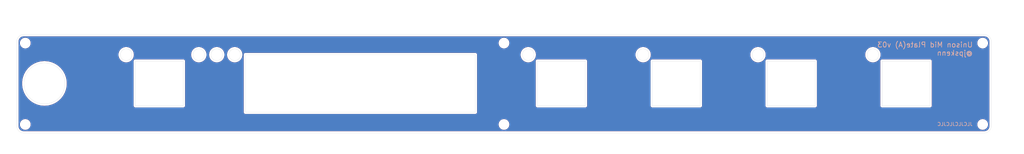
<source format=kicad_pcb>
(kicad_pcb (version 20171130) (host pcbnew "(5.1.9-0-10_14)")

  (general
    (thickness 1.6)
    (drawings 58)
    (tracks 0)
    (zones 0)
    (modules 6)
    (nets 1)
  )

  (page A4)
  (layers
    (0 F.Cu signal)
    (31 B.Cu signal)
    (32 B.Adhes user)
    (33 F.Adhes user)
    (34 B.Paste user)
    (35 F.Paste user)
    (36 B.SilkS user)
    (37 F.SilkS user)
    (38 B.Mask user)
    (39 F.Mask user)
    (40 Dwgs.User user)
    (41 Cmts.User user)
    (42 Eco1.User user)
    (43 Eco2.User user)
    (44 Edge.Cuts user)
    (45 Margin user)
    (46 B.CrtYd user)
    (47 F.CrtYd user)
    (48 B.Fab user hide)
    (49 F.Fab user)
  )

  (setup
    (last_trace_width 0.25)
    (trace_clearance 0.2)
    (zone_clearance 0.508)
    (zone_45_only no)
    (trace_min 0.2)
    (via_size 0.8)
    (via_drill 0.4)
    (via_min_size 0.4)
    (via_min_drill 0.3)
    (uvia_size 0.3)
    (uvia_drill 0.1)
    (uvias_allowed no)
    (uvia_min_size 0.2)
    (uvia_min_drill 0.1)
    (edge_width 0.05)
    (segment_width 0.2)
    (pcb_text_width 0.3)
    (pcb_text_size 1.5 1.5)
    (mod_edge_width 0.12)
    (mod_text_size 1 1)
    (mod_text_width 0.15)
    (pad_size 1.524 1.524)
    (pad_drill 0.762)
    (pad_to_mask_clearance 0)
    (aux_axis_origin 0 0)
    (visible_elements FFFFFF7F)
    (pcbplotparams
      (layerselection 0x010fc_ffffffff)
      (usegerberextensions false)
      (usegerberattributes true)
      (usegerberadvancedattributes true)
      (creategerberjobfile true)
      (excludeedgelayer true)
      (linewidth 0.100000)
      (plotframeref false)
      (viasonmask false)
      (mode 1)
      (useauxorigin false)
      (hpglpennumber 1)
      (hpglpenspeed 20)
      (hpglpendiameter 15.000000)
      (psnegative false)
      (psa4output false)
      (plotreference true)
      (plotvalue true)
      (plotinvisibletext false)
      (padsonsilk false)
      (subtractmaskfromsilk false)
      (outputformat 1)
      (mirror false)
      (drillshape 0)
      (scaleselection 1)
      (outputdirectory "gerber/"))
  )

  (net 0 "")

  (net_class Default "This is the default net class."
    (clearance 0.2)
    (trace_width 0.25)
    (via_dia 0.8)
    (via_drill 0.4)
    (uvia_dia 0.3)
    (uvia_drill 0.1)
  )

  (module mx2u:M2_Hole (layer F.Cu) (tedit 5FB1414B) (tstamp 5FFA8EA3)
    (at 159.5 42.6)
    (descr "Resitance 3 pas")
    (tags R)
    (autoplace_cost180 10)
    (fp_text reference "" (at 0 1.651) (layer F.Fab) hide
      (effects (font (size 0.8128 0.8128) (thickness 0.15)))
    )
    (fp_text value "" (at 0 -1.4605) (layer F.Fab) hide
      (effects (font (size 0.5 0.5) (thickness 0.125)))
    )
    (fp_circle (center 0 0) (end 1.5 0) (layer F.Fab) (width 0.15))
    (pad "" np_thru_hole circle (at 0 0) (size 2.14 2.14) (drill 2.14) (layers *.Cu *.Mask))
    (model discret/resistor.wrl
      (at (xyz 0 0 0))
      (scale (xyz 0.3 0.3 0.3))
      (rotate (xyz 0 0 0))
    )
    (model Resistors_ThroughHole.3dshapes/Resistor_Horizontal_RM10mm.wrl
      (at (xyz 0 0 0))
      (scale (xyz 0.2 0.2 0.2))
      (rotate (xyz 0 0 0))
    )
  )

  (module mx2u:M2_Hole (layer F.Cu) (tedit 5FB1414B) (tstamp 5FFA8E9E)
    (at 159.5 18.8)
    (descr "Resitance 3 pas")
    (tags R)
    (autoplace_cost180 10)
    (fp_text reference "" (at 0 1.651) (layer F.Fab) hide
      (effects (font (size 0.8128 0.8128) (thickness 0.15)))
    )
    (fp_text value "" (at 0 -1.4605) (layer F.Fab) hide
      (effects (font (size 0.5 0.5) (thickness 0.125)))
    )
    (fp_circle (center 0 0) (end 1.5 0) (layer F.Fab) (width 0.15))
    (pad "" np_thru_hole circle (at 0 0) (size 2.14 2.14) (drill 2.14) (layers *.Cu *.Mask))
    (model discret/resistor.wrl
      (at (xyz 0 0 0))
      (scale (xyz 0.3 0.3 0.3))
      (rotate (xyz 0 0 0))
    )
    (model Resistors_ThroughHole.3dshapes/Resistor_Horizontal_RM10mm.wrl
      (at (xyz 0 0 0))
      (scale (xyz 0.2 0.2 0.2))
      (rotate (xyz 0 0 0))
    )
  )

  (module mx2u:M2_Hole locked (layer F.Cu) (tedit 5FB1414B) (tstamp 5FFA9751)
    (at 299.5 42.6)
    (descr "Resitance 3 pas")
    (tags R)
    (autoplace_cost180 10)
    (fp_text reference "" (at 0 1.651) (layer F.Fab) hide
      (effects (font (size 0.8128 0.8128) (thickness 0.15)))
    )
    (fp_text value "" (at 0 -1.4605) (layer F.Fab) hide
      (effects (font (size 0.5 0.5) (thickness 0.125)))
    )
    (fp_circle (center 0 0) (end 1.5 0) (layer F.Fab) (width 0.15))
    (pad "" np_thru_hole circle (at 0 0) (size 2.14 2.14) (drill 2.14) (layers *.Cu *.Mask))
    (model discret/resistor.wrl
      (at (xyz 0 0 0))
      (scale (xyz 0.3 0.3 0.3))
      (rotate (xyz 0 0 0))
    )
    (model Resistors_ThroughHole.3dshapes/Resistor_Horizontal_RM10mm.wrl
      (at (xyz 0 0 0))
      (scale (xyz 0.2 0.2 0.2))
      (rotate (xyz 0 0 0))
    )
  )

  (module mx2u:M2_Hole locked (layer F.Cu) (tedit 5FB1414B) (tstamp 5FFA974C)
    (at 299.5 18.8)
    (descr "Resitance 3 pas")
    (tags R)
    (autoplace_cost180 10)
    (fp_text reference "" (at 0 1.651) (layer F.Fab) hide
      (effects (font (size 0.8128 0.8128) (thickness 0.15)))
    )
    (fp_text value "" (at 0 -1.4605) (layer F.Fab) hide
      (effects (font (size 0.5 0.5) (thickness 0.125)))
    )
    (fp_circle (center 0 0) (end 1.5 0) (layer F.Fab) (width 0.15))
    (pad "" np_thru_hole circle (at 0 0) (size 2.14 2.14) (drill 2.14) (layers *.Cu *.Mask))
    (model discret/resistor.wrl
      (at (xyz 0 0 0))
      (scale (xyz 0.3 0.3 0.3))
      (rotate (xyz 0 0 0))
    )
    (model Resistors_ThroughHole.3dshapes/Resistor_Horizontal_RM10mm.wrl
      (at (xyz 0 0 0))
      (scale (xyz 0.2 0.2 0.2))
      (rotate (xyz 0 0 0))
    )
  )

  (module mx2u:M2_Hole locked (layer F.Cu) (tedit 5FB1414B) (tstamp 5FFA973D)
    (at 19.5 18.8)
    (descr "Resitance 3 pas")
    (tags R)
    (autoplace_cost180 10)
    (fp_text reference "" (at 0 1.651) (layer F.Fab) hide
      (effects (font (size 0.8128 0.8128) (thickness 0.15)))
    )
    (fp_text value "" (at 0 -1.4605) (layer F.Fab) hide
      (effects (font (size 0.5 0.5) (thickness 0.125)))
    )
    (fp_circle (center 0 0) (end 1.5 0) (layer F.Fab) (width 0.15))
    (pad "" np_thru_hole circle (at 0 0) (size 2.14 2.14) (drill 2.14) (layers *.Cu *.Mask))
    (model discret/resistor.wrl
      (at (xyz 0 0 0))
      (scale (xyz 0.3 0.3 0.3))
      (rotate (xyz 0 0 0))
    )
    (model Resistors_ThroughHole.3dshapes/Resistor_Horizontal_RM10mm.wrl
      (at (xyz 0 0 0))
      (scale (xyz 0.2 0.2 0.2))
      (rotate (xyz 0 0 0))
    )
  )

  (module mx2u:M2_Hole locked (layer F.Cu) (tedit 5FB1414B) (tstamp 5FFA972E)
    (at 19.5 42.6)
    (descr "Resitance 3 pas")
    (tags R)
    (autoplace_cost180 10)
    (fp_text reference "" (at 0 1.651) (layer F.Fab) hide
      (effects (font (size 0.8128 0.8128) (thickness 0.15)))
    )
    (fp_text value "" (at 0 -1.4605) (layer F.Fab) hide
      (effects (font (size 0.5 0.5) (thickness 0.125)))
    )
    (fp_circle (center 0 0) (end 1.5 0) (layer F.Fab) (width 0.15))
    (pad "" np_thru_hole circle (at 0 0) (size 2.14 2.14) (drill 2.14) (layers *.Cu *.Mask))
    (model discret/resistor.wrl
      (at (xyz 0 0 0))
      (scale (xyz 0.3 0.3 0.3))
      (rotate (xyz 0 0 0))
    )
    (model Resistors_ThroughHole.3dshapes/Resistor_Horizontal_RM10mm.wrl
      (at (xyz 0 0 0))
      (scale (xyz 0.2 0.2 0.2))
      (rotate (xyz 0 0 0))
    )
  )

  (gr_text JLCJLCJLCJLC (at 291.4 42.5) (layer B.SilkS)
    (effects (font (size 1 1) (thickness 0.15)) (justify mirror))
  )
  (gr_circle (center 25.1 30.6) (end 31.1 30.6) (layer Edge.Cuts) (width 0.05))
  (gr_line (start 151.1 39) (end 83.9 39) (layer Edge.Cuts) (width 0.05) (tstamp 5FFA8EB9))
  (gr_line (start 83.9 22.2) (end 151.1 22.2) (layer Edge.Cuts) (width 0.05) (tstamp 5FFA8EB8))
  (gr_line (start 151.1 22.2) (end 151.1 39) (layer Edge.Cuts) (width 0.05) (tstamp 5FFA8EB2))
  (gr_line (start 83.9 22.2) (end 83.9 39) (layer Edge.Cuts) (width 0.05))
  (gr_circle (center 58.7 30.6) (end 63.2 30.6) (layer Eco1.User) (width 0.15) (tstamp 5FFA8756))
  (gr_circle (center 277.1 30.6) (end 281.6 30.6) (layer Eco1.User) (width 0.15) (tstamp 5FFA8756))
  (gr_circle (center 243.5 30.6) (end 248 30.6) (layer Eco1.User) (width 0.15) (tstamp 5FFA8756))
  (gr_circle (center 209.9 30.6) (end 214.4 30.6) (layer Eco1.User) (width 0.15) (tstamp 5FFA8756))
  (gr_circle (center 176.3 30.6) (end 180.8 30.6) (layer Eco1.User) (width 0.15) (tstamp 5FFA8756))
  (gr_line (start 65.7 37.1) (end 51.7 37.1) (layer Edge.Cuts) (width 0.05) (tstamp 5FFA8681))
  (gr_line (start 58.7 30.1) (end 58.7 31.1) (layer Eco1.User) (width 0.15) (tstamp 5FFA8680))
  (gr_line (start 58.2 30.6) (end 59.2 30.6) (layer Eco1.User) (width 0.15) (tstamp 5FFA867F))
  (gr_line (start 65.7 24.1) (end 65.7 37.1) (layer Edge.Cuts) (width 0.05) (tstamp 5FFA867E))
  (gr_line (start 51.7 24.1) (end 65.7 24.1) (layer Edge.Cuts) (width 0.05) (tstamp 5FFA867D))
  (gr_line (start 51.7 37.1) (end 51.7 24.1) (layer Edge.Cuts) (width 0.05) (tstamp 5FFA867C))
  (gr_line (start 284.1 37.1) (end 270.1 37.1) (layer Edge.Cuts) (width 0.05) (tstamp 5FFA8681))
  (gr_line (start 277.1 30.1) (end 277.1 31.1) (layer Eco1.User) (width 0.15) (tstamp 5FFA8680))
  (gr_line (start 276.6 30.6) (end 277.6 30.6) (layer Eco1.User) (width 0.15) (tstamp 5FFA867F))
  (gr_line (start 284.1 24.1) (end 284.1 37.1) (layer Edge.Cuts) (width 0.05) (tstamp 5FFA867E))
  (gr_line (start 270.1 24.1) (end 284.1 24.1) (layer Edge.Cuts) (width 0.05) (tstamp 5FFA867D))
  (gr_line (start 270.1 37.1) (end 270.1 24.1) (layer Edge.Cuts) (width 0.05) (tstamp 5FFA867C))
  (gr_line (start 250.5 37.1) (end 236.5 37.1) (layer Edge.Cuts) (width 0.05) (tstamp 5FFA8681))
  (gr_line (start 243.5 30.1) (end 243.5 31.1) (layer Eco1.User) (width 0.15) (tstamp 5FFA8680))
  (gr_line (start 243 30.6) (end 244 30.6) (layer Eco1.User) (width 0.15) (tstamp 5FFA867F))
  (gr_line (start 250.5 24.1) (end 250.5 37.1) (layer Edge.Cuts) (width 0.05) (tstamp 5FFA867E))
  (gr_line (start 236.5 24.1) (end 250.5 24.1) (layer Edge.Cuts) (width 0.05) (tstamp 5FFA867D))
  (gr_line (start 236.5 37.1) (end 236.5 24.1) (layer Edge.Cuts) (width 0.05) (tstamp 5FFA867C))
  (gr_line (start 216.9 37.1) (end 202.9 37.1) (layer Edge.Cuts) (width 0.05) (tstamp 5FFA8681))
  (gr_line (start 209.9 30.1) (end 209.9 31.1) (layer Eco1.User) (width 0.15) (tstamp 5FFA8680))
  (gr_line (start 209.4 30.6) (end 210.4 30.6) (layer Eco1.User) (width 0.15) (tstamp 5FFA867F))
  (gr_line (start 216.9 24.1) (end 216.9 37.1) (layer Edge.Cuts) (width 0.05) (tstamp 5FFA867E))
  (gr_line (start 202.9 24.1) (end 216.9 24.1) (layer Edge.Cuts) (width 0.05) (tstamp 5FFA867D))
  (gr_line (start 202.9 37.1) (end 202.9 24.1) (layer Edge.Cuts) (width 0.05) (tstamp 5FFA867C))
  (gr_line (start 183.3 37.1) (end 169.3 37.1) (layer Edge.Cuts) (width 0.05) (tstamp 5FFA8681))
  (gr_line (start 176.3 30.1) (end 176.3 31.1) (layer Eco1.User) (width 0.15) (tstamp 5FFA8680))
  (gr_line (start 175.8 30.6) (end 176.8 30.6) (layer Eco1.User) (width 0.15) (tstamp 5FFA867F))
  (gr_line (start 183.3 24.1) (end 183.3 37.1) (layer Edge.Cuts) (width 0.05) (tstamp 5FFA867E))
  (gr_line (start 169.3 24.1) (end 183.3 24.1) (layer Edge.Cuts) (width 0.05) (tstamp 5FFA867D))
  (gr_line (start 169.3 37.1) (end 169.3 24.1) (layer Edge.Cuts) (width 0.05) (tstamp 5FFA867C))
  (gr_circle (center 267.4 22.2) (end 269.1 22.4) (layer Edge.Cuts) (width 0.05) (tstamp 5FFA817F))
  (gr_circle (center 233.8 22.2) (end 235.5 22.4) (layer Edge.Cuts) (width 0.05) (tstamp 5FFA817F))
  (gr_circle (center 200.2 22.2) (end 201.9 22.4) (layer Edge.Cuts) (width 0.05) (tstamp 5FFA817F))
  (gr_circle (center 166.6 22.2) (end 168.3 22.4) (layer Edge.Cuts) (width 0.05) (tstamp 5FFA817F))
  (gr_circle (center 80.75 22.2) (end 82.45 22.4) (layer Edge.Cuts) (width 0.05) (tstamp 5FFA817F))
  (gr_circle (center 75.5 22.2) (end 77.2 22.4) (layer Edge.Cuts) (width 0.05) (tstamp 5FFA817F))
  (gr_circle (center 70.25 22.2) (end 71.95 22.4) (layer Edge.Cuts) (width 0.05) (tstamp 5FFA817F))
  (gr_circle (center 49 22.2) (end 50.7 22.4) (layer Edge.Cuts) (width 0.05))
  (gr_line (start 17 43.1) (end 17 18.3) (layer Edge.Cuts) (width 0.05))
  (gr_line (start 300 45.1) (end 19 45.1) (layer Edge.Cuts) (width 0.05) (tstamp 5FFA8176))
  (gr_line (start 302 18.3) (end 302 43.1) (layer Edge.Cuts) (width 0.05) (tstamp 5FFA8175))
  (gr_line (start 19 16.3) (end 300 16.3) (layer Edge.Cuts) (width 0.05) (tstamp 5FFA8174))
  (gr_arc (start 300 18.3) (end 302 18.3) (angle -90) (layer Edge.Cuts) (width 0.05) (tstamp 5FFA7CD7))
  (gr_arc (start 300 43.1) (end 300 45.1) (angle -90) (layer Edge.Cuts) (width 0.05) (tstamp 5FFA7CD7))
  (gr_arc (start 19 43.1) (end 17 43.1) (angle -90) (layer Edge.Cuts) (width 0.05) (tstamp 5FFA7CD7))
  (gr_arc (start 19 18.3) (end 19 16.3) (angle -90) (layer Edge.Cuts) (width 0.05))
  (gr_text "Unison Mid Plate(A) v03\n@jpskenn" (at 296.7 20.5) (layer B.SilkS) (tstamp 5FFA818B)
    (effects (font (size 1.5 1.5) (thickness 0.2)) (justify left mirror))
  )

  (zone (net 0) (net_name "") (layer F.Cu) (tstamp 5FFA9CBC) (hatch edge 0.508)
    (connect_pads (clearance 0.508))
    (min_thickness 0.254)
    (fill yes (arc_segments 32) (thermal_gap 0.508) (thermal_bridge_width 0.508))
    (polygon
      (pts
        (xy 310.7 50.8) (xy 13.5 50.3) (xy 13.5 7.6) (xy 311.6 6.2)
      )
    )
    (filled_polygon
      (pts
        (xy 300.259659 16.988625) (xy 300.509429 17.064035) (xy 300.739792 17.186522) (xy 300.94198 17.351422) (xy 301.108286 17.55245)
        (xy 301.232378 17.781954) (xy 301.309531 18.031195) (xy 301.34 18.321089) (xy 301.340001 43.067711) (xy 301.311375 43.35966)
        (xy 301.235965 43.609429) (xy 301.113477 43.839794) (xy 300.948579 44.041979) (xy 300.747546 44.208288) (xy 300.518046 44.332378)
        (xy 300.268805 44.409531) (xy 299.978911 44.44) (xy 19.032279 44.44) (xy 18.74034 44.411375) (xy 18.490571 44.335965)
        (xy 18.260206 44.213477) (xy 18.058021 44.048579) (xy 17.891712 43.847546) (xy 17.767622 43.618046) (xy 17.690469 43.368805)
        (xy 17.66 43.078911) (xy 17.66 42.432072) (xy 17.795 42.432072) (xy 17.795 42.767928) (xy 17.860522 43.09733)
        (xy 17.989048 43.40762) (xy 18.17564 43.686874) (xy 18.413126 43.92436) (xy 18.69238 44.110952) (xy 19.00267 44.239478)
        (xy 19.332072 44.305) (xy 19.667928 44.305) (xy 19.99733 44.239478) (xy 20.30762 44.110952) (xy 20.586874 43.92436)
        (xy 20.82436 43.686874) (xy 21.010952 43.40762) (xy 21.139478 43.09733) (xy 21.205 42.767928) (xy 21.205 42.432072)
        (xy 157.795 42.432072) (xy 157.795 42.767928) (xy 157.860522 43.09733) (xy 157.989048 43.40762) (xy 158.17564 43.686874)
        (xy 158.413126 43.92436) (xy 158.69238 44.110952) (xy 159.00267 44.239478) (xy 159.332072 44.305) (xy 159.667928 44.305)
        (xy 159.99733 44.239478) (xy 160.30762 44.110952) (xy 160.586874 43.92436) (xy 160.82436 43.686874) (xy 161.010952 43.40762)
        (xy 161.139478 43.09733) (xy 161.205 42.767928) (xy 161.205 42.432072) (xy 297.795 42.432072) (xy 297.795 42.767928)
        (xy 297.860522 43.09733) (xy 297.989048 43.40762) (xy 298.17564 43.686874) (xy 298.413126 43.92436) (xy 298.69238 44.110952)
        (xy 299.00267 44.239478) (xy 299.332072 44.305) (xy 299.667928 44.305) (xy 299.99733 44.239478) (xy 300.30762 44.110952)
        (xy 300.586874 43.92436) (xy 300.82436 43.686874) (xy 301.010952 43.40762) (xy 301.139478 43.09733) (xy 301.205 42.767928)
        (xy 301.205 42.432072) (xy 301.139478 42.10267) (xy 301.010952 41.79238) (xy 300.82436 41.513126) (xy 300.586874 41.27564)
        (xy 300.30762 41.089048) (xy 299.99733 40.960522) (xy 299.667928 40.895) (xy 299.332072 40.895) (xy 299.00267 40.960522)
        (xy 298.69238 41.089048) (xy 298.413126 41.27564) (xy 298.17564 41.513126) (xy 297.989048 41.79238) (xy 297.860522 42.10267)
        (xy 297.795 42.432072) (xy 161.205 42.432072) (xy 161.139478 42.10267) (xy 161.010952 41.79238) (xy 160.82436 41.513126)
        (xy 160.586874 41.27564) (xy 160.30762 41.089048) (xy 159.99733 40.960522) (xy 159.667928 40.895) (xy 159.332072 40.895)
        (xy 159.00267 40.960522) (xy 158.69238 41.089048) (xy 158.413126 41.27564) (xy 158.17564 41.513126) (xy 157.989048 41.79238)
        (xy 157.860522 42.10267) (xy 157.795 42.432072) (xy 21.205 42.432072) (xy 21.139478 42.10267) (xy 21.010952 41.79238)
        (xy 20.82436 41.513126) (xy 20.586874 41.27564) (xy 20.30762 41.089048) (xy 19.99733 40.960522) (xy 19.667928 40.895)
        (xy 19.332072 40.895) (xy 19.00267 40.960522) (xy 18.69238 41.089048) (xy 18.413126 41.27564) (xy 18.17564 41.513126)
        (xy 17.989048 41.79238) (xy 17.860522 42.10267) (xy 17.795 42.432072) (xy 17.66 42.432072) (xy 17.66 30.04837)
        (xy 18.442816 30.04837) (xy 18.442816 31.15163) (xy 18.624406 32.239843) (xy 18.982634 33.283325) (xy 19.507728 34.253614)
        (xy 20.185364 35.124241) (xy 20.997059 35.871459) (xy 21.920671 36.474885) (xy 22.931008 36.918059) (xy 24.000508 37.188894)
        (xy 25.1 37.28) (xy 26.199492 37.188894) (xy 27.268992 36.918059) (xy 28.279329 36.474885) (xy 29.202941 35.871459)
        (xy 30.014636 35.124241) (xy 30.692272 34.253614) (xy 31.217366 33.283325) (xy 31.575594 32.239843) (xy 31.757184 31.15163)
        (xy 31.757184 30.04837) (xy 31.575594 28.960157) (xy 31.217366 27.916675) (xy 30.692272 26.946386) (xy 30.014636 26.075759)
        (xy 29.202941 25.328541) (xy 28.279329 24.725115) (xy 27.268992 24.281941) (xy 26.199492 24.011106) (xy 25.1 23.92)
        (xy 24.000508 24.011106) (xy 22.931008 24.281941) (xy 21.920671 24.725115) (xy 20.997059 25.328541) (xy 20.185364 26.075759)
        (xy 19.507728 26.946386) (xy 18.982634 27.916675) (xy 18.624406 28.960157) (xy 18.442816 30.04837) (xy 17.66 30.04837)
        (xy 17.66 21.96557) (xy 46.619793 21.96557) (xy 46.619793 22.43443) (xy 46.711263 22.894281) (xy 46.890688 23.327451)
        (xy 47.151172 23.717294) (xy 47.482706 24.048828) (xy 47.872549 24.309312) (xy 48.305719 24.488737) (xy 48.76557 24.580207)
        (xy 49.23443 24.580207) (xy 49.694281 24.488737) (xy 50.127451 24.309312) (xy 50.440709 24.1) (xy 51.036807 24.1)
        (xy 51.040001 24.132429) (xy 51.04 37.067581) (xy 51.036807 37.1) (xy 51.04955 37.229383) (xy 51.08729 37.353793)
        (xy 51.148575 37.46845) (xy 51.231052 37.568948) (xy 51.33155 37.651425) (xy 51.446207 37.71271) (xy 51.570617 37.75045)
        (xy 51.7 37.763193) (xy 51.732419 37.76) (xy 65.667581 37.76) (xy 65.7 37.763193) (xy 65.732419 37.76)
        (xy 65.829383 37.75045) (xy 65.953793 37.71271) (xy 66.06845 37.651425) (xy 66.168948 37.568948) (xy 66.251425 37.46845)
        (xy 66.31271 37.353793) (xy 66.35045 37.229383) (xy 66.363193 37.1) (xy 66.36 37.067581) (xy 66.36 24.132419)
        (xy 66.363193 24.1) (xy 66.35045 23.970617) (xy 66.31271 23.846207) (xy 66.251425 23.73155) (xy 66.168948 23.631052)
        (xy 66.06845 23.548575) (xy 65.953793 23.48729) (xy 65.829383 23.44955) (xy 65.732419 23.44) (xy 65.7 23.436807)
        (xy 65.667581 23.44) (xy 51.732419 23.44) (xy 51.7 23.436807) (xy 51.667581 23.44) (xy 51.570617 23.44955)
        (xy 51.446207 23.48729) (xy 51.33155 23.548575) (xy 51.231052 23.631052) (xy 51.148575 23.73155) (xy 51.08729 23.846207)
        (xy 51.04955 23.970617) (xy 51.036807 24.1) (xy 50.440709 24.1) (xy 50.517294 24.048828) (xy 50.848828 23.717294)
        (xy 51.109312 23.327451) (xy 51.288737 22.894281) (xy 51.380207 22.43443) (xy 51.380207 21.96557) (xy 67.869793 21.96557)
        (xy 67.869793 22.43443) (xy 67.961263 22.894281) (xy 68.140688 23.327451) (xy 68.401172 23.717294) (xy 68.732706 24.048828)
        (xy 69.122549 24.309312) (xy 69.555719 24.488737) (xy 70.01557 24.580207) (xy 70.48443 24.580207) (xy 70.944281 24.488737)
        (xy 71.377451 24.309312) (xy 71.767294 24.048828) (xy 72.098828 23.717294) (xy 72.359312 23.327451) (xy 72.538737 22.894281)
        (xy 72.630207 22.43443) (xy 72.630207 21.96557) (xy 73.119793 21.96557) (xy 73.119793 22.43443) (xy 73.211263 22.894281)
        (xy 73.390688 23.327451) (xy 73.651172 23.717294) (xy 73.982706 24.048828) (xy 74.372549 24.309312) (xy 74.805719 24.488737)
        (xy 75.26557 24.580207) (xy 75.73443 24.580207) (xy 76.194281 24.488737) (xy 76.627451 24.309312) (xy 77.017294 24.048828)
        (xy 77.348828 23.717294) (xy 77.609312 23.327451) (xy 77.788737 22.894281) (xy 77.880207 22.43443) (xy 77.880207 21.96557)
        (xy 78.369793 21.96557) (xy 78.369793 22.43443) (xy 78.461263 22.894281) (xy 78.640688 23.327451) (xy 78.901172 23.717294)
        (xy 79.232706 24.048828) (xy 79.622549 24.309312) (xy 80.055719 24.488737) (xy 80.51557 24.580207) (xy 80.98443 24.580207)
        (xy 81.444281 24.488737) (xy 81.877451 24.309312) (xy 82.267294 24.048828) (xy 82.598828 23.717294) (xy 82.859312 23.327451)
        (xy 83.038737 22.894281) (xy 83.130207 22.43443) (xy 83.130207 22.2) (xy 83.236807 22.2) (xy 83.24 22.232419)
        (xy 83.240001 38.967571) (xy 83.236807 39) (xy 83.24955 39.129383) (xy 83.28729 39.253793) (xy 83.348575 39.36845)
        (xy 83.431052 39.468948) (xy 83.53155 39.551425) (xy 83.646207 39.61271) (xy 83.770617 39.65045) (xy 83.867581 39.66)
        (xy 83.9 39.663193) (xy 83.932419 39.66) (xy 151.067581 39.66) (xy 151.1 39.663193) (xy 151.132419 39.66)
        (xy 151.229383 39.65045) (xy 151.353793 39.61271) (xy 151.46845 39.551425) (xy 151.568948 39.468948) (xy 151.651425 39.36845)
        (xy 151.71271 39.253793) (xy 151.75045 39.129383) (xy 151.763193 39) (xy 151.76 38.967581) (xy 151.76 22.232419)
        (xy 151.763193 22.2) (xy 151.75045 22.070617) (xy 151.718584 21.96557) (xy 164.219793 21.96557) (xy 164.219793 22.43443)
        (xy 164.311263 22.894281) (xy 164.490688 23.327451) (xy 164.751172 23.717294) (xy 165.082706 24.048828) (xy 165.472549 24.309312)
        (xy 165.905719 24.488737) (xy 166.36557 24.580207) (xy 166.83443 24.580207) (xy 167.294281 24.488737) (xy 167.727451 24.309312)
        (xy 168.040709 24.1) (xy 168.636807 24.1) (xy 168.640001 24.132429) (xy 168.64 37.067581) (xy 168.636807 37.1)
        (xy 168.64955 37.229383) (xy 168.68729 37.353793) (xy 168.748575 37.46845) (xy 168.831052 37.568948) (xy 168.93155 37.651425)
        (xy 169.046207 37.71271) (xy 169.170617 37.75045) (xy 169.3 37.763193) (xy 169.332419 37.76) (xy 183.267581 37.76)
        (xy 183.3 37.763193) (xy 183.332419 37.76) (xy 183.429383 37.75045) (xy 183.553793 37.71271) (xy 183.66845 37.651425)
        (xy 183.768948 37.568948) (xy 183.851425 37.46845) (xy 183.91271 37.353793) (xy 183.95045 37.229383) (xy 183.963193 37.1)
        (xy 183.96 37.067581) (xy 183.96 24.132419) (xy 183.963193 24.1) (xy 183.95045 23.970617) (xy 183.91271 23.846207)
        (xy 183.851425 23.73155) (xy 183.768948 23.631052) (xy 183.66845 23.548575) (xy 183.553793 23.48729) (xy 183.429383 23.44955)
        (xy 183.332419 23.44) (xy 183.3 23.436807) (xy 183.267581 23.44) (xy 169.332419 23.44) (xy 169.3 23.436807)
        (xy 169.267581 23.44) (xy 169.170617 23.44955) (xy 169.046207 23.48729) (xy 168.93155 23.548575) (xy 168.831052 23.631052)
        (xy 168.748575 23.73155) (xy 168.68729 23.846207) (xy 168.64955 23.970617) (xy 168.636807 24.1) (xy 168.040709 24.1)
        (xy 168.117294 24.048828) (xy 168.448828 23.717294) (xy 168.709312 23.327451) (xy 168.888737 22.894281) (xy 168.980207 22.43443)
        (xy 168.980207 21.96557) (xy 197.819793 21.96557) (xy 197.819793 22.43443) (xy 197.911263 22.894281) (xy 198.090688 23.327451)
        (xy 198.351172 23.717294) (xy 198.682706 24.048828) (xy 199.072549 24.309312) (xy 199.505719 24.488737) (xy 199.96557 24.580207)
        (xy 200.43443 24.580207) (xy 200.894281 24.488737) (xy 201.327451 24.309312) (xy 201.640709 24.1) (xy 202.236807 24.1)
        (xy 202.240001 24.132429) (xy 202.24 37.067581) (xy 202.236807 37.1) (xy 202.24955 37.229383) (xy 202.28729 37.353793)
        (xy 202.348575 37.46845) (xy 202.431052 37.568948) (xy 202.53155 37.651425) (xy 202.646207 37.71271) (xy 202.770617 37.75045)
        (xy 202.9 37.763193) (xy 202.932419 37.76) (xy 216.867581 37.76) (xy 216.9 37.763193) (xy 216.932419 37.76)
        (xy 217.029383 37.75045) (xy 217.153793 37.71271) (xy 217.26845 37.651425) (xy 217.368948 37.568948) (xy 217.451425 37.46845)
        (xy 217.51271 37.353793) (xy 217.55045 37.229383) (xy 217.563193 37.1) (xy 217.56 37.067581) (xy 217.56 24.132419)
        (xy 217.563193 24.1) (xy 217.55045 23.970617) (xy 217.51271 23.846207) (xy 217.451425 23.73155) (xy 217.368948 23.631052)
        (xy 217.26845 23.548575) (xy 217.153793 23.48729) (xy 217.029383 23.44955) (xy 216.932419 23.44) (xy 216.9 23.436807)
        (xy 216.867581 23.44) (xy 202.932419 23.44) (xy 202.9 23.436807) (xy 202.867581 23.44) (xy 202.770617 23.44955)
        (xy 202.646207 23.48729) (xy 202.53155 23.548575) (xy 202.431052 23.631052) (xy 202.348575 23.73155) (xy 202.28729 23.846207)
        (xy 202.24955 23.970617) (xy 202.236807 24.1) (xy 201.640709 24.1) (xy 201.717294 24.048828) (xy 202.048828 23.717294)
        (xy 202.309312 23.327451) (xy 202.488737 22.894281) (xy 202.580207 22.43443) (xy 202.580207 21.96557) (xy 231.419793 21.96557)
        (xy 231.419793 22.43443) (xy 231.511263 22.894281) (xy 231.690688 23.327451) (xy 231.951172 23.717294) (xy 232.282706 24.048828)
        (xy 232.672549 24.309312) (xy 233.105719 24.488737) (xy 233.56557 24.580207) (xy 234.03443 24.580207) (xy 234.494281 24.488737)
        (xy 234.927451 24.309312) (xy 235.240709 24.1) (xy 235.836807 24.1) (xy 235.840001 24.132429) (xy 235.84 37.067581)
        (xy 235.836807 37.1) (xy 235.84955 37.229383) (xy 235.88729 37.353793) (xy 235.948575 37.46845) (xy 236.031052 37.568948)
        (xy 236.13155 37.651425) (xy 236.246207 37.71271) (xy 236.370617 37.75045) (xy 236.5 37.763193) (xy 236.532419 37.76)
        (xy 250.467581 37.76) (xy 250.5 37.763193) (xy 250.532419 37.76) (xy 250.629383 37.75045) (xy 250.753793 37.71271)
        (xy 250.86845 37.651425) (xy 250.968948 37.568948) (xy 251.051425 37.46845) (xy 251.11271 37.353793) (xy 251.15045 37.229383)
        (xy 251.163193 37.1) (xy 251.16 37.067581) (xy 251.16 24.132419) (xy 251.163193 24.1) (xy 251.15045 23.970617)
        (xy 251.11271 23.846207) (xy 251.051425 23.73155) (xy 250.968948 23.631052) (xy 250.86845 23.548575) (xy 250.753793 23.48729)
        (xy 250.629383 23.44955) (xy 250.532419 23.44) (xy 250.5 23.436807) (xy 250.467581 23.44) (xy 236.532419 23.44)
        (xy 236.5 23.436807) (xy 236.467581 23.44) (xy 236.370617 23.44955) (xy 236.246207 23.48729) (xy 236.13155 23.548575)
        (xy 236.031052 23.631052) (xy 235.948575 23.73155) (xy 235.88729 23.846207) (xy 235.84955 23.970617) (xy 235.836807 24.1)
        (xy 235.240709 24.1) (xy 235.317294 24.048828) (xy 235.648828 23.717294) (xy 235.909312 23.327451) (xy 236.088737 22.894281)
        (xy 236.180207 22.43443) (xy 236.180207 21.96557) (xy 265.019793 21.96557) (xy 265.019793 22.43443) (xy 265.111263 22.894281)
        (xy 265.290688 23.327451) (xy 265.551172 23.717294) (xy 265.882706 24.048828) (xy 266.272549 24.309312) (xy 266.705719 24.488737)
        (xy 267.16557 24.580207) (xy 267.63443 24.580207) (xy 268.094281 24.488737) (xy 268.527451 24.309312) (xy 268.840709 24.1)
        (xy 269.436807 24.1) (xy 269.440001 24.132429) (xy 269.44 37.067581) (xy 269.436807 37.1) (xy 269.44955 37.229383)
        (xy 269.48729 37.353793) (xy 269.548575 37.46845) (xy 269.631052 37.568948) (xy 269.73155 37.651425) (xy 269.846207 37.71271)
        (xy 269.970617 37.75045) (xy 270.1 37.763193) (xy 270.132419 37.76) (xy 284.067581 37.76) (xy 284.1 37.763193)
        (xy 284.132419 37.76) (xy 284.229383 37.75045) (xy 284.353793 37.71271) (xy 284.46845 37.651425) (xy 284.568948 37.568948)
        (xy 284.651425 37.46845) (xy 284.71271 37.353793) (xy 284.75045 37.229383) (xy 284.763193 37.1) (xy 284.76 37.067581)
        (xy 284.76 24.132419) (xy 284.763193 24.1) (xy 284.75045 23.970617) (xy 284.71271 23.846207) (xy 284.651425 23.73155)
        (xy 284.568948 23.631052) (xy 284.46845 23.548575) (xy 284.353793 23.48729) (xy 284.229383 23.44955) (xy 284.132419 23.44)
        (xy 284.1 23.436807) (xy 284.067581 23.44) (xy 270.132419 23.44) (xy 270.1 23.436807) (xy 270.067581 23.44)
        (xy 269.970617 23.44955) (xy 269.846207 23.48729) (xy 269.73155 23.548575) (xy 269.631052 23.631052) (xy 269.548575 23.73155)
        (xy 269.48729 23.846207) (xy 269.44955 23.970617) (xy 269.436807 24.1) (xy 268.840709 24.1) (xy 268.917294 24.048828)
        (xy 269.248828 23.717294) (xy 269.509312 23.327451) (xy 269.688737 22.894281) (xy 269.780207 22.43443) (xy 269.780207 21.96557)
        (xy 269.688737 21.505719) (xy 269.509312 21.072549) (xy 269.248828 20.682706) (xy 268.917294 20.351172) (xy 268.527451 20.090688)
        (xy 268.094281 19.911263) (xy 267.63443 19.819793) (xy 267.16557 19.819793) (xy 266.705719 19.911263) (xy 266.272549 20.090688)
        (xy 265.882706 20.351172) (xy 265.551172 20.682706) (xy 265.290688 21.072549) (xy 265.111263 21.505719) (xy 265.019793 21.96557)
        (xy 236.180207 21.96557) (xy 236.088737 21.505719) (xy 235.909312 21.072549) (xy 235.648828 20.682706) (xy 235.317294 20.351172)
        (xy 234.927451 20.090688) (xy 234.494281 19.911263) (xy 234.03443 19.819793) (xy 233.56557 19.819793) (xy 233.105719 19.911263)
        (xy 232.672549 20.090688) (xy 232.282706 20.351172) (xy 231.951172 20.682706) (xy 231.690688 21.072549) (xy 231.511263 21.505719)
        (xy 231.419793 21.96557) (xy 202.580207 21.96557) (xy 202.488737 21.505719) (xy 202.309312 21.072549) (xy 202.048828 20.682706)
        (xy 201.717294 20.351172) (xy 201.327451 20.090688) (xy 200.894281 19.911263) (xy 200.43443 19.819793) (xy 199.96557 19.819793)
        (xy 199.505719 19.911263) (xy 199.072549 20.090688) (xy 198.682706 20.351172) (xy 198.351172 20.682706) (xy 198.090688 21.072549)
        (xy 197.911263 21.505719) (xy 197.819793 21.96557) (xy 168.980207 21.96557) (xy 168.888737 21.505719) (xy 168.709312 21.072549)
        (xy 168.448828 20.682706) (xy 168.117294 20.351172) (xy 167.727451 20.090688) (xy 167.294281 19.911263) (xy 166.83443 19.819793)
        (xy 166.36557 19.819793) (xy 165.905719 19.911263) (xy 165.472549 20.090688) (xy 165.082706 20.351172) (xy 164.751172 20.682706)
        (xy 164.490688 21.072549) (xy 164.311263 21.505719) (xy 164.219793 21.96557) (xy 151.718584 21.96557) (xy 151.71271 21.946207)
        (xy 151.651425 21.83155) (xy 151.568948 21.731052) (xy 151.46845 21.648575) (xy 151.353793 21.58729) (xy 151.229383 21.54955)
        (xy 151.132419 21.54) (xy 151.1 21.536807) (xy 151.067581 21.54) (xy 83.932419 21.54) (xy 83.9 21.536807)
        (xy 83.867581 21.54) (xy 83.770617 21.54955) (xy 83.646207 21.58729) (xy 83.53155 21.648575) (xy 83.431052 21.731052)
        (xy 83.348575 21.83155) (xy 83.28729 21.946207) (xy 83.24955 22.070617) (xy 83.236807 22.2) (xy 83.130207 22.2)
        (xy 83.130207 21.96557) (xy 83.038737 21.505719) (xy 82.859312 21.072549) (xy 82.598828 20.682706) (xy 82.267294 20.351172)
        (xy 81.877451 20.090688) (xy 81.444281 19.911263) (xy 80.98443 19.819793) (xy 80.51557 19.819793) (xy 80.055719 19.911263)
        (xy 79.622549 20.090688) (xy 79.232706 20.351172) (xy 78.901172 20.682706) (xy 78.640688 21.072549) (xy 78.461263 21.505719)
        (xy 78.369793 21.96557) (xy 77.880207 21.96557) (xy 77.788737 21.505719) (xy 77.609312 21.072549) (xy 77.348828 20.682706)
        (xy 77.017294 20.351172) (xy 76.627451 20.090688) (xy 76.194281 19.911263) (xy 75.73443 19.819793) (xy 75.26557 19.819793)
        (xy 74.805719 19.911263) (xy 74.372549 20.090688) (xy 73.982706 20.351172) (xy 73.651172 20.682706) (xy 73.390688 21.072549)
        (xy 73.211263 21.505719) (xy 73.119793 21.96557) (xy 72.630207 21.96557) (xy 72.538737 21.505719) (xy 72.359312 21.072549)
        (xy 72.098828 20.682706) (xy 71.767294 20.351172) (xy 71.377451 20.090688) (xy 70.944281 19.911263) (xy 70.48443 19.819793)
        (xy 70.01557 19.819793) (xy 69.555719 19.911263) (xy 69.122549 20.090688) (xy 68.732706 20.351172) (xy 68.401172 20.682706)
        (xy 68.140688 21.072549) (xy 67.961263 21.505719) (xy 67.869793 21.96557) (xy 51.380207 21.96557) (xy 51.288737 21.505719)
        (xy 51.109312 21.072549) (xy 50.848828 20.682706) (xy 50.517294 20.351172) (xy 50.127451 20.090688) (xy 49.694281 19.911263)
        (xy 49.23443 19.819793) (xy 48.76557 19.819793) (xy 48.305719 19.911263) (xy 47.872549 20.090688) (xy 47.482706 20.351172)
        (xy 47.151172 20.682706) (xy 46.890688 21.072549) (xy 46.711263 21.505719) (xy 46.619793 21.96557) (xy 17.66 21.96557)
        (xy 17.66 18.632072) (xy 17.795 18.632072) (xy 17.795 18.967928) (xy 17.860522 19.29733) (xy 17.989048 19.60762)
        (xy 18.17564 19.886874) (xy 18.413126 20.12436) (xy 18.69238 20.310952) (xy 19.00267 20.439478) (xy 19.332072 20.505)
        (xy 19.667928 20.505) (xy 19.99733 20.439478) (xy 20.30762 20.310952) (xy 20.586874 20.12436) (xy 20.82436 19.886874)
        (xy 21.010952 19.60762) (xy 21.139478 19.29733) (xy 21.205 18.967928) (xy 21.205 18.632072) (xy 157.795 18.632072)
        (xy 157.795 18.967928) (xy 157.860522 19.29733) (xy 157.989048 19.60762) (xy 158.17564 19.886874) (xy 158.413126 20.12436)
        (xy 158.69238 20.310952) (xy 159.00267 20.439478) (xy 159.332072 20.505) (xy 159.667928 20.505) (xy 159.99733 20.439478)
        (xy 160.30762 20.310952) (xy 160.586874 20.12436) (xy 160.82436 19.886874) (xy 161.010952 19.60762) (xy 161.139478 19.29733)
        (xy 161.205 18.967928) (xy 161.205 18.632072) (xy 297.795 18.632072) (xy 297.795 18.967928) (xy 297.860522 19.29733)
        (xy 297.989048 19.60762) (xy 298.17564 19.886874) (xy 298.413126 20.12436) (xy 298.69238 20.310952) (xy 299.00267 20.439478)
        (xy 299.332072 20.505) (xy 299.667928 20.505) (xy 299.99733 20.439478) (xy 300.30762 20.310952) (xy 300.586874 20.12436)
        (xy 300.82436 19.886874) (xy 301.010952 19.60762) (xy 301.139478 19.29733) (xy 301.205 18.967928) (xy 301.205 18.632072)
        (xy 301.139478 18.30267) (xy 301.010952 17.99238) (xy 300.82436 17.713126) (xy 300.586874 17.47564) (xy 300.30762 17.289048)
        (xy 299.99733 17.160522) (xy 299.667928 17.095) (xy 299.332072 17.095) (xy 299.00267 17.160522) (xy 298.69238 17.289048)
        (xy 298.413126 17.47564) (xy 298.17564 17.713126) (xy 297.989048 17.99238) (xy 297.860522 18.30267) (xy 297.795 18.632072)
        (xy 161.205 18.632072) (xy 161.139478 18.30267) (xy 161.010952 17.99238) (xy 160.82436 17.713126) (xy 160.586874 17.47564)
        (xy 160.30762 17.289048) (xy 159.99733 17.160522) (xy 159.667928 17.095) (xy 159.332072 17.095) (xy 159.00267 17.160522)
        (xy 158.69238 17.289048) (xy 158.413126 17.47564) (xy 158.17564 17.713126) (xy 157.989048 17.99238) (xy 157.860522 18.30267)
        (xy 157.795 18.632072) (xy 21.205 18.632072) (xy 21.139478 18.30267) (xy 21.010952 17.99238) (xy 20.82436 17.713126)
        (xy 20.586874 17.47564) (xy 20.30762 17.289048) (xy 19.99733 17.160522) (xy 19.667928 17.095) (xy 19.332072 17.095)
        (xy 19.00267 17.160522) (xy 18.69238 17.289048) (xy 18.413126 17.47564) (xy 18.17564 17.713126) (xy 17.989048 17.99238)
        (xy 17.860522 18.30267) (xy 17.795 18.632072) (xy 17.66 18.632072) (xy 17.66 18.332279) (xy 17.688625 18.040341)
        (xy 17.764035 17.790571) (xy 17.886522 17.560208) (xy 18.051422 17.35802) (xy 18.25245 17.191714) (xy 18.481954 17.067622)
        (xy 18.731195 16.990469) (xy 19.021088 16.96) (xy 299.967721 16.96)
      )
    )
  )
  (zone (net 0) (net_name "") (layer B.Cu) (tstamp 5FFA9CB9) (hatch edge 0.508)
    (connect_pads (clearance 0.508))
    (min_thickness 0.254)
    (fill yes (arc_segments 32) (thermal_gap 0.508) (thermal_bridge_width 0.508))
    (polygon
      (pts
        (xy 310.7 51.2) (xy 13 51.2) (xy 12.1 7.6) (xy 311.2 7.1)
      )
    )
    (filled_polygon
      (pts
        (xy 300.259659 16.988625) (xy 300.509429 17.064035) (xy 300.739792 17.186522) (xy 300.94198 17.351422) (xy 301.108286 17.55245)
        (xy 301.232378 17.781954) (xy 301.309531 18.031195) (xy 301.34 18.321089) (xy 301.340001 43.067711) (xy 301.311375 43.35966)
        (xy 301.235965 43.609429) (xy 301.113477 43.839794) (xy 300.948579 44.041979) (xy 300.747546 44.208288) (xy 300.518046 44.332378)
        (xy 300.268805 44.409531) (xy 299.978911 44.44) (xy 19.032279 44.44) (xy 18.74034 44.411375) (xy 18.490571 44.335965)
        (xy 18.260206 44.213477) (xy 18.058021 44.048579) (xy 17.891712 43.847546) (xy 17.767622 43.618046) (xy 17.690469 43.368805)
        (xy 17.66 43.078911) (xy 17.66 42.432072) (xy 17.795 42.432072) (xy 17.795 42.767928) (xy 17.860522 43.09733)
        (xy 17.989048 43.40762) (xy 18.17564 43.686874) (xy 18.413126 43.92436) (xy 18.69238 44.110952) (xy 19.00267 44.239478)
        (xy 19.332072 44.305) (xy 19.667928 44.305) (xy 19.99733 44.239478) (xy 20.30762 44.110952) (xy 20.586874 43.92436)
        (xy 20.82436 43.686874) (xy 21.010952 43.40762) (xy 21.139478 43.09733) (xy 21.205 42.767928) (xy 21.205 42.432072)
        (xy 157.795 42.432072) (xy 157.795 42.767928) (xy 157.860522 43.09733) (xy 157.989048 43.40762) (xy 158.17564 43.686874)
        (xy 158.413126 43.92436) (xy 158.69238 44.110952) (xy 159.00267 44.239478) (xy 159.332072 44.305) (xy 159.667928 44.305)
        (xy 159.99733 44.239478) (xy 160.30762 44.110952) (xy 160.586874 43.92436) (xy 160.82436 43.686874) (xy 161.010952 43.40762)
        (xy 161.139478 43.09733) (xy 161.205 42.767928) (xy 161.205 42.432072) (xy 297.795 42.432072) (xy 297.795 42.767928)
        (xy 297.860522 43.09733) (xy 297.989048 43.40762) (xy 298.17564 43.686874) (xy 298.413126 43.92436) (xy 298.69238 44.110952)
        (xy 299.00267 44.239478) (xy 299.332072 44.305) (xy 299.667928 44.305) (xy 299.99733 44.239478) (xy 300.30762 44.110952)
        (xy 300.586874 43.92436) (xy 300.82436 43.686874) (xy 301.010952 43.40762) (xy 301.139478 43.09733) (xy 301.205 42.767928)
        (xy 301.205 42.432072) (xy 301.139478 42.10267) (xy 301.010952 41.79238) (xy 300.82436 41.513126) (xy 300.586874 41.27564)
        (xy 300.30762 41.089048) (xy 299.99733 40.960522) (xy 299.667928 40.895) (xy 299.332072 40.895) (xy 299.00267 40.960522)
        (xy 298.69238 41.089048) (xy 298.413126 41.27564) (xy 298.17564 41.513126) (xy 297.989048 41.79238) (xy 297.860522 42.10267)
        (xy 297.795 42.432072) (xy 161.205 42.432072) (xy 161.139478 42.10267) (xy 161.010952 41.79238) (xy 160.82436 41.513126)
        (xy 160.586874 41.27564) (xy 160.30762 41.089048) (xy 159.99733 40.960522) (xy 159.667928 40.895) (xy 159.332072 40.895)
        (xy 159.00267 40.960522) (xy 158.69238 41.089048) (xy 158.413126 41.27564) (xy 158.17564 41.513126) (xy 157.989048 41.79238)
        (xy 157.860522 42.10267) (xy 157.795 42.432072) (xy 21.205 42.432072) (xy 21.139478 42.10267) (xy 21.010952 41.79238)
        (xy 20.82436 41.513126) (xy 20.586874 41.27564) (xy 20.30762 41.089048) (xy 19.99733 40.960522) (xy 19.667928 40.895)
        (xy 19.332072 40.895) (xy 19.00267 40.960522) (xy 18.69238 41.089048) (xy 18.413126 41.27564) (xy 18.17564 41.513126)
        (xy 17.989048 41.79238) (xy 17.860522 42.10267) (xy 17.795 42.432072) (xy 17.66 42.432072) (xy 17.66 30.04837)
        (xy 18.442816 30.04837) (xy 18.442816 31.15163) (xy 18.624406 32.239843) (xy 18.982634 33.283325) (xy 19.507728 34.253614)
        (xy 20.185364 35.124241) (xy 20.997059 35.871459) (xy 21.920671 36.474885) (xy 22.931008 36.918059) (xy 24.000508 37.188894)
        (xy 25.1 37.28) (xy 26.199492 37.188894) (xy 27.268992 36.918059) (xy 28.279329 36.474885) (xy 29.202941 35.871459)
        (xy 30.014636 35.124241) (xy 30.692272 34.253614) (xy 31.217366 33.283325) (xy 31.575594 32.239843) (xy 31.757184 31.15163)
        (xy 31.757184 30.04837) (xy 31.575594 28.960157) (xy 31.217366 27.916675) (xy 30.692272 26.946386) (xy 30.014636 26.075759)
        (xy 29.202941 25.328541) (xy 28.279329 24.725115) (xy 27.268992 24.281941) (xy 26.199492 24.011106) (xy 25.1 23.92)
        (xy 24.000508 24.011106) (xy 22.931008 24.281941) (xy 21.920671 24.725115) (xy 20.997059 25.328541) (xy 20.185364 26.075759)
        (xy 19.507728 26.946386) (xy 18.982634 27.916675) (xy 18.624406 28.960157) (xy 18.442816 30.04837) (xy 17.66 30.04837)
        (xy 17.66 21.96557) (xy 46.619793 21.96557) (xy 46.619793 22.43443) (xy 46.711263 22.894281) (xy 46.890688 23.327451)
        (xy 47.151172 23.717294) (xy 47.482706 24.048828) (xy 47.872549 24.309312) (xy 48.305719 24.488737) (xy 48.76557 24.580207)
        (xy 49.23443 24.580207) (xy 49.694281 24.488737) (xy 50.127451 24.309312) (xy 50.440709 24.1) (xy 51.036807 24.1)
        (xy 51.040001 24.132429) (xy 51.04 37.067581) (xy 51.036807 37.1) (xy 51.04955 37.229383) (xy 51.08729 37.353793)
        (xy 51.148575 37.46845) (xy 51.231052 37.568948) (xy 51.33155 37.651425) (xy 51.446207 37.71271) (xy 51.570617 37.75045)
        (xy 51.7 37.763193) (xy 51.732419 37.76) (xy 65.667581 37.76) (xy 65.7 37.763193) (xy 65.732419 37.76)
        (xy 65.829383 37.75045) (xy 65.953793 37.71271) (xy 66.06845 37.651425) (xy 66.168948 37.568948) (xy 66.251425 37.46845)
        (xy 66.31271 37.353793) (xy 66.35045 37.229383) (xy 66.363193 37.1) (xy 66.36 37.067581) (xy 66.36 24.132419)
        (xy 66.363193 24.1) (xy 66.35045 23.970617) (xy 66.31271 23.846207) (xy 66.251425 23.73155) (xy 66.168948 23.631052)
        (xy 66.06845 23.548575) (xy 65.953793 23.48729) (xy 65.829383 23.44955) (xy 65.732419 23.44) (xy 65.7 23.436807)
        (xy 65.667581 23.44) (xy 51.732419 23.44) (xy 51.7 23.436807) (xy 51.667581 23.44) (xy 51.570617 23.44955)
        (xy 51.446207 23.48729) (xy 51.33155 23.548575) (xy 51.231052 23.631052) (xy 51.148575 23.73155) (xy 51.08729 23.846207)
        (xy 51.04955 23.970617) (xy 51.036807 24.1) (xy 50.440709 24.1) (xy 50.517294 24.048828) (xy 50.848828 23.717294)
        (xy 51.109312 23.327451) (xy 51.288737 22.894281) (xy 51.380207 22.43443) (xy 51.380207 21.96557) (xy 67.869793 21.96557)
        (xy 67.869793 22.43443) (xy 67.961263 22.894281) (xy 68.140688 23.327451) (xy 68.401172 23.717294) (xy 68.732706 24.048828)
        (xy 69.122549 24.309312) (xy 69.555719 24.488737) (xy 70.01557 24.580207) (xy 70.48443 24.580207) (xy 70.944281 24.488737)
        (xy 71.377451 24.309312) (xy 71.767294 24.048828) (xy 72.098828 23.717294) (xy 72.359312 23.327451) (xy 72.538737 22.894281)
        (xy 72.630207 22.43443) (xy 72.630207 21.96557) (xy 73.119793 21.96557) (xy 73.119793 22.43443) (xy 73.211263 22.894281)
        (xy 73.390688 23.327451) (xy 73.651172 23.717294) (xy 73.982706 24.048828) (xy 74.372549 24.309312) (xy 74.805719 24.488737)
        (xy 75.26557 24.580207) (xy 75.73443 24.580207) (xy 76.194281 24.488737) (xy 76.627451 24.309312) (xy 77.017294 24.048828)
        (xy 77.348828 23.717294) (xy 77.609312 23.327451) (xy 77.788737 22.894281) (xy 77.880207 22.43443) (xy 77.880207 21.96557)
        (xy 78.369793 21.96557) (xy 78.369793 22.43443) (xy 78.461263 22.894281) (xy 78.640688 23.327451) (xy 78.901172 23.717294)
        (xy 79.232706 24.048828) (xy 79.622549 24.309312) (xy 80.055719 24.488737) (xy 80.51557 24.580207) (xy 80.98443 24.580207)
        (xy 81.444281 24.488737) (xy 81.877451 24.309312) (xy 82.267294 24.048828) (xy 82.598828 23.717294) (xy 82.859312 23.327451)
        (xy 83.038737 22.894281) (xy 83.130207 22.43443) (xy 83.130207 22.2) (xy 83.236807 22.2) (xy 83.24 22.232419)
        (xy 83.240001 38.967571) (xy 83.236807 39) (xy 83.24955 39.129383) (xy 83.28729 39.253793) (xy 83.348575 39.36845)
        (xy 83.431052 39.468948) (xy 83.53155 39.551425) (xy 83.646207 39.61271) (xy 83.770617 39.65045) (xy 83.867581 39.66)
        (xy 83.9 39.663193) (xy 83.932419 39.66) (xy 151.067581 39.66) (xy 151.1 39.663193) (xy 151.132419 39.66)
        (xy 151.229383 39.65045) (xy 151.353793 39.61271) (xy 151.46845 39.551425) (xy 151.568948 39.468948) (xy 151.651425 39.36845)
        (xy 151.71271 39.253793) (xy 151.75045 39.129383) (xy 151.763193 39) (xy 151.76 38.967581) (xy 151.76 22.232419)
        (xy 151.763193 22.2) (xy 151.75045 22.070617) (xy 151.718584 21.96557) (xy 164.219793 21.96557) (xy 164.219793 22.43443)
        (xy 164.311263 22.894281) (xy 164.490688 23.327451) (xy 164.751172 23.717294) (xy 165.082706 24.048828) (xy 165.472549 24.309312)
        (xy 165.905719 24.488737) (xy 166.36557 24.580207) (xy 166.83443 24.580207) (xy 167.294281 24.488737) (xy 167.727451 24.309312)
        (xy 168.040709 24.1) (xy 168.636807 24.1) (xy 168.640001 24.132429) (xy 168.64 37.067581) (xy 168.636807 37.1)
        (xy 168.64955 37.229383) (xy 168.68729 37.353793) (xy 168.748575 37.46845) (xy 168.831052 37.568948) (xy 168.93155 37.651425)
        (xy 169.046207 37.71271) (xy 169.170617 37.75045) (xy 169.3 37.763193) (xy 169.332419 37.76) (xy 183.267581 37.76)
        (xy 183.3 37.763193) (xy 183.332419 37.76) (xy 183.429383 37.75045) (xy 183.553793 37.71271) (xy 183.66845 37.651425)
        (xy 183.768948 37.568948) (xy 183.851425 37.46845) (xy 183.91271 37.353793) (xy 183.95045 37.229383) (xy 183.963193 37.1)
        (xy 183.96 37.067581) (xy 183.96 24.132419) (xy 183.963193 24.1) (xy 183.95045 23.970617) (xy 183.91271 23.846207)
        (xy 183.851425 23.73155) (xy 183.768948 23.631052) (xy 183.66845 23.548575) (xy 183.553793 23.48729) (xy 183.429383 23.44955)
        (xy 183.332419 23.44) (xy 183.3 23.436807) (xy 183.267581 23.44) (xy 169.332419 23.44) (xy 169.3 23.436807)
        (xy 169.267581 23.44) (xy 169.170617 23.44955) (xy 169.046207 23.48729) (xy 168.93155 23.548575) (xy 168.831052 23.631052)
        (xy 168.748575 23.73155) (xy 168.68729 23.846207) (xy 168.64955 23.970617) (xy 168.636807 24.1) (xy 168.040709 24.1)
        (xy 168.117294 24.048828) (xy 168.448828 23.717294) (xy 168.709312 23.327451) (xy 168.888737 22.894281) (xy 168.980207 22.43443)
        (xy 168.980207 21.96557) (xy 197.819793 21.96557) (xy 197.819793 22.43443) (xy 197.911263 22.894281) (xy 198.090688 23.327451)
        (xy 198.351172 23.717294) (xy 198.682706 24.048828) (xy 199.072549 24.309312) (xy 199.505719 24.488737) (xy 199.96557 24.580207)
        (xy 200.43443 24.580207) (xy 200.894281 24.488737) (xy 201.327451 24.309312) (xy 201.640709 24.1) (xy 202.236807 24.1)
        (xy 202.240001 24.132429) (xy 202.24 37.067581) (xy 202.236807 37.1) (xy 202.24955 37.229383) (xy 202.28729 37.353793)
        (xy 202.348575 37.46845) (xy 202.431052 37.568948) (xy 202.53155 37.651425) (xy 202.646207 37.71271) (xy 202.770617 37.75045)
        (xy 202.9 37.763193) (xy 202.932419 37.76) (xy 216.867581 37.76) (xy 216.9 37.763193) (xy 216.932419 37.76)
        (xy 217.029383 37.75045) (xy 217.153793 37.71271) (xy 217.26845 37.651425) (xy 217.368948 37.568948) (xy 217.451425 37.46845)
        (xy 217.51271 37.353793) (xy 217.55045 37.229383) (xy 217.563193 37.1) (xy 217.56 37.067581) (xy 217.56 24.132419)
        (xy 217.563193 24.1) (xy 217.55045 23.970617) (xy 217.51271 23.846207) (xy 217.451425 23.73155) (xy 217.368948 23.631052)
        (xy 217.26845 23.548575) (xy 217.153793 23.48729) (xy 217.029383 23.44955) (xy 216.932419 23.44) (xy 216.9 23.436807)
        (xy 216.867581 23.44) (xy 202.932419 23.44) (xy 202.9 23.436807) (xy 202.867581 23.44) (xy 202.770617 23.44955)
        (xy 202.646207 23.48729) (xy 202.53155 23.548575) (xy 202.431052 23.631052) (xy 202.348575 23.73155) (xy 202.28729 23.846207)
        (xy 202.24955 23.970617) (xy 202.236807 24.1) (xy 201.640709 24.1) (xy 201.717294 24.048828) (xy 202.048828 23.717294)
        (xy 202.309312 23.327451) (xy 202.488737 22.894281) (xy 202.580207 22.43443) (xy 202.580207 21.96557) (xy 231.419793 21.96557)
        (xy 231.419793 22.43443) (xy 231.511263 22.894281) (xy 231.690688 23.327451) (xy 231.951172 23.717294) (xy 232.282706 24.048828)
        (xy 232.672549 24.309312) (xy 233.105719 24.488737) (xy 233.56557 24.580207) (xy 234.03443 24.580207) (xy 234.494281 24.488737)
        (xy 234.927451 24.309312) (xy 235.240709 24.1) (xy 235.836807 24.1) (xy 235.840001 24.132429) (xy 235.84 37.067581)
        (xy 235.836807 37.1) (xy 235.84955 37.229383) (xy 235.88729 37.353793) (xy 235.948575 37.46845) (xy 236.031052 37.568948)
        (xy 236.13155 37.651425) (xy 236.246207 37.71271) (xy 236.370617 37.75045) (xy 236.5 37.763193) (xy 236.532419 37.76)
        (xy 250.467581 37.76) (xy 250.5 37.763193) (xy 250.532419 37.76) (xy 250.629383 37.75045) (xy 250.753793 37.71271)
        (xy 250.86845 37.651425) (xy 250.968948 37.568948) (xy 251.051425 37.46845) (xy 251.11271 37.353793) (xy 251.15045 37.229383)
        (xy 251.163193 37.1) (xy 251.16 37.067581) (xy 251.16 24.132419) (xy 251.163193 24.1) (xy 251.15045 23.970617)
        (xy 251.11271 23.846207) (xy 251.051425 23.73155) (xy 250.968948 23.631052) (xy 250.86845 23.548575) (xy 250.753793 23.48729)
        (xy 250.629383 23.44955) (xy 250.532419 23.44) (xy 250.5 23.436807) (xy 250.467581 23.44) (xy 236.532419 23.44)
        (xy 236.5 23.436807) (xy 236.467581 23.44) (xy 236.370617 23.44955) (xy 236.246207 23.48729) (xy 236.13155 23.548575)
        (xy 236.031052 23.631052) (xy 235.948575 23.73155) (xy 235.88729 23.846207) (xy 235.84955 23.970617) (xy 235.836807 24.1)
        (xy 235.240709 24.1) (xy 235.317294 24.048828) (xy 235.648828 23.717294) (xy 235.909312 23.327451) (xy 236.088737 22.894281)
        (xy 236.180207 22.43443) (xy 236.180207 21.96557) (xy 265.019793 21.96557) (xy 265.019793 22.43443) (xy 265.111263 22.894281)
        (xy 265.290688 23.327451) (xy 265.551172 23.717294) (xy 265.882706 24.048828) (xy 266.272549 24.309312) (xy 266.705719 24.488737)
        (xy 267.16557 24.580207) (xy 267.63443 24.580207) (xy 268.094281 24.488737) (xy 268.527451 24.309312) (xy 268.840709 24.1)
        (xy 269.436807 24.1) (xy 269.440001 24.132429) (xy 269.44 37.067581) (xy 269.436807 37.1) (xy 269.44955 37.229383)
        (xy 269.48729 37.353793) (xy 269.548575 37.46845) (xy 269.631052 37.568948) (xy 269.73155 37.651425) (xy 269.846207 37.71271)
        (xy 269.970617 37.75045) (xy 270.1 37.763193) (xy 270.132419 37.76) (xy 284.067581 37.76) (xy 284.1 37.763193)
        (xy 284.132419 37.76) (xy 284.229383 37.75045) (xy 284.353793 37.71271) (xy 284.46845 37.651425) (xy 284.568948 37.568948)
        (xy 284.651425 37.46845) (xy 284.71271 37.353793) (xy 284.75045 37.229383) (xy 284.763193 37.1) (xy 284.76 37.067581)
        (xy 284.76 24.132419) (xy 284.763193 24.1) (xy 284.75045 23.970617) (xy 284.71271 23.846207) (xy 284.651425 23.73155)
        (xy 284.568948 23.631052) (xy 284.46845 23.548575) (xy 284.353793 23.48729) (xy 284.229383 23.44955) (xy 284.132419 23.44)
        (xy 284.1 23.436807) (xy 284.067581 23.44) (xy 270.132419 23.44) (xy 270.1 23.436807) (xy 270.067581 23.44)
        (xy 269.970617 23.44955) (xy 269.846207 23.48729) (xy 269.73155 23.548575) (xy 269.631052 23.631052) (xy 269.548575 23.73155)
        (xy 269.48729 23.846207) (xy 269.44955 23.970617) (xy 269.436807 24.1) (xy 268.840709 24.1) (xy 268.917294 24.048828)
        (xy 269.248828 23.717294) (xy 269.509312 23.327451) (xy 269.688737 22.894281) (xy 269.780207 22.43443) (xy 269.780207 21.96557)
        (xy 269.688737 21.505719) (xy 269.509312 21.072549) (xy 269.248828 20.682706) (xy 268.917294 20.351172) (xy 268.527451 20.090688)
        (xy 268.094281 19.911263) (xy 267.63443 19.819793) (xy 267.16557 19.819793) (xy 266.705719 19.911263) (xy 266.272549 20.090688)
        (xy 265.882706 20.351172) (xy 265.551172 20.682706) (xy 265.290688 21.072549) (xy 265.111263 21.505719) (xy 265.019793 21.96557)
        (xy 236.180207 21.96557) (xy 236.088737 21.505719) (xy 235.909312 21.072549) (xy 235.648828 20.682706) (xy 235.317294 20.351172)
        (xy 234.927451 20.090688) (xy 234.494281 19.911263) (xy 234.03443 19.819793) (xy 233.56557 19.819793) (xy 233.105719 19.911263)
        (xy 232.672549 20.090688) (xy 232.282706 20.351172) (xy 231.951172 20.682706) (xy 231.690688 21.072549) (xy 231.511263 21.505719)
        (xy 231.419793 21.96557) (xy 202.580207 21.96557) (xy 202.488737 21.505719) (xy 202.309312 21.072549) (xy 202.048828 20.682706)
        (xy 201.717294 20.351172) (xy 201.327451 20.090688) (xy 200.894281 19.911263) (xy 200.43443 19.819793) (xy 199.96557 19.819793)
        (xy 199.505719 19.911263) (xy 199.072549 20.090688) (xy 198.682706 20.351172) (xy 198.351172 20.682706) (xy 198.090688 21.072549)
        (xy 197.911263 21.505719) (xy 197.819793 21.96557) (xy 168.980207 21.96557) (xy 168.888737 21.505719) (xy 168.709312 21.072549)
        (xy 168.448828 20.682706) (xy 168.117294 20.351172) (xy 167.727451 20.090688) (xy 167.294281 19.911263) (xy 166.83443 19.819793)
        (xy 166.36557 19.819793) (xy 165.905719 19.911263) (xy 165.472549 20.090688) (xy 165.082706 20.351172) (xy 164.751172 20.682706)
        (xy 164.490688 21.072549) (xy 164.311263 21.505719) (xy 164.219793 21.96557) (xy 151.718584 21.96557) (xy 151.71271 21.946207)
        (xy 151.651425 21.83155) (xy 151.568948 21.731052) (xy 151.46845 21.648575) (xy 151.353793 21.58729) (xy 151.229383 21.54955)
        (xy 151.132419 21.54) (xy 151.1 21.536807) (xy 151.067581 21.54) (xy 83.932419 21.54) (xy 83.9 21.536807)
        (xy 83.867581 21.54) (xy 83.770617 21.54955) (xy 83.646207 21.58729) (xy 83.53155 21.648575) (xy 83.431052 21.731052)
        (xy 83.348575 21.83155) (xy 83.28729 21.946207) (xy 83.24955 22.070617) (xy 83.236807 22.2) (xy 83.130207 22.2)
        (xy 83.130207 21.96557) (xy 83.038737 21.505719) (xy 82.859312 21.072549) (xy 82.598828 20.682706) (xy 82.267294 20.351172)
        (xy 81.877451 20.090688) (xy 81.444281 19.911263) (xy 80.98443 19.819793) (xy 80.51557 19.819793) (xy 80.055719 19.911263)
        (xy 79.622549 20.090688) (xy 79.232706 20.351172) (xy 78.901172 20.682706) (xy 78.640688 21.072549) (xy 78.461263 21.505719)
        (xy 78.369793 21.96557) (xy 77.880207 21.96557) (xy 77.788737 21.505719) (xy 77.609312 21.072549) (xy 77.348828 20.682706)
        (xy 77.017294 20.351172) (xy 76.627451 20.090688) (xy 76.194281 19.911263) (xy 75.73443 19.819793) (xy 75.26557 19.819793)
        (xy 74.805719 19.911263) (xy 74.372549 20.090688) (xy 73.982706 20.351172) (xy 73.651172 20.682706) (xy 73.390688 21.072549)
        (xy 73.211263 21.505719) (xy 73.119793 21.96557) (xy 72.630207 21.96557) (xy 72.538737 21.505719) (xy 72.359312 21.072549)
        (xy 72.098828 20.682706) (xy 71.767294 20.351172) (xy 71.377451 20.090688) (xy 70.944281 19.911263) (xy 70.48443 19.819793)
        (xy 70.01557 19.819793) (xy 69.555719 19.911263) (xy 69.122549 20.090688) (xy 68.732706 20.351172) (xy 68.401172 20.682706)
        (xy 68.140688 21.072549) (xy 67.961263 21.505719) (xy 67.869793 21.96557) (xy 51.380207 21.96557) (xy 51.288737 21.505719)
        (xy 51.109312 21.072549) (xy 50.848828 20.682706) (xy 50.517294 20.351172) (xy 50.127451 20.090688) (xy 49.694281 19.911263)
        (xy 49.23443 19.819793) (xy 48.76557 19.819793) (xy 48.305719 19.911263) (xy 47.872549 20.090688) (xy 47.482706 20.351172)
        (xy 47.151172 20.682706) (xy 46.890688 21.072549) (xy 46.711263 21.505719) (xy 46.619793 21.96557) (xy 17.66 21.96557)
        (xy 17.66 18.632072) (xy 17.795 18.632072) (xy 17.795 18.967928) (xy 17.860522 19.29733) (xy 17.989048 19.60762)
        (xy 18.17564 19.886874) (xy 18.413126 20.12436) (xy 18.69238 20.310952) (xy 19.00267 20.439478) (xy 19.332072 20.505)
        (xy 19.667928 20.505) (xy 19.99733 20.439478) (xy 20.30762 20.310952) (xy 20.586874 20.12436) (xy 20.82436 19.886874)
        (xy 21.010952 19.60762) (xy 21.139478 19.29733) (xy 21.205 18.967928) (xy 21.205 18.632072) (xy 157.795 18.632072)
        (xy 157.795 18.967928) (xy 157.860522 19.29733) (xy 157.989048 19.60762) (xy 158.17564 19.886874) (xy 158.413126 20.12436)
        (xy 158.69238 20.310952) (xy 159.00267 20.439478) (xy 159.332072 20.505) (xy 159.667928 20.505) (xy 159.99733 20.439478)
        (xy 160.30762 20.310952) (xy 160.586874 20.12436) (xy 160.82436 19.886874) (xy 161.010952 19.60762) (xy 161.139478 19.29733)
        (xy 161.205 18.967928) (xy 161.205 18.632072) (xy 297.795 18.632072) (xy 297.795 18.967928) (xy 297.860522 19.29733)
        (xy 297.989048 19.60762) (xy 298.17564 19.886874) (xy 298.413126 20.12436) (xy 298.69238 20.310952) (xy 299.00267 20.439478)
        (xy 299.332072 20.505) (xy 299.667928 20.505) (xy 299.99733 20.439478) (xy 300.30762 20.310952) (xy 300.586874 20.12436)
        (xy 300.82436 19.886874) (xy 301.010952 19.60762) (xy 301.139478 19.29733) (xy 301.205 18.967928) (xy 301.205 18.632072)
        (xy 301.139478 18.30267) (xy 301.010952 17.99238) (xy 300.82436 17.713126) (xy 300.586874 17.47564) (xy 300.30762 17.289048)
        (xy 299.99733 17.160522) (xy 299.667928 17.095) (xy 299.332072 17.095) (xy 299.00267 17.160522) (xy 298.69238 17.289048)
        (xy 298.413126 17.47564) (xy 298.17564 17.713126) (xy 297.989048 17.99238) (xy 297.860522 18.30267) (xy 297.795 18.632072)
        (xy 161.205 18.632072) (xy 161.139478 18.30267) (xy 161.010952 17.99238) (xy 160.82436 17.713126) (xy 160.586874 17.47564)
        (xy 160.30762 17.289048) (xy 159.99733 17.160522) (xy 159.667928 17.095) (xy 159.332072 17.095) (xy 159.00267 17.160522)
        (xy 158.69238 17.289048) (xy 158.413126 17.47564) (xy 158.17564 17.713126) (xy 157.989048 17.99238) (xy 157.860522 18.30267)
        (xy 157.795 18.632072) (xy 21.205 18.632072) (xy 21.139478 18.30267) (xy 21.010952 17.99238) (xy 20.82436 17.713126)
        (xy 20.586874 17.47564) (xy 20.30762 17.289048) (xy 19.99733 17.160522) (xy 19.667928 17.095) (xy 19.332072 17.095)
        (xy 19.00267 17.160522) (xy 18.69238 17.289048) (xy 18.413126 17.47564) (xy 18.17564 17.713126) (xy 17.989048 17.99238)
        (xy 17.860522 18.30267) (xy 17.795 18.632072) (xy 17.66 18.632072) (xy 17.66 18.332279) (xy 17.688625 18.040341)
        (xy 17.764035 17.790571) (xy 17.886522 17.560208) (xy 18.051422 17.35802) (xy 18.25245 17.191714) (xy 18.481954 17.067622)
        (xy 18.731195 16.990469) (xy 19.021088 16.96) (xy 299.967721 16.96)
      )
    )
  )
)

</source>
